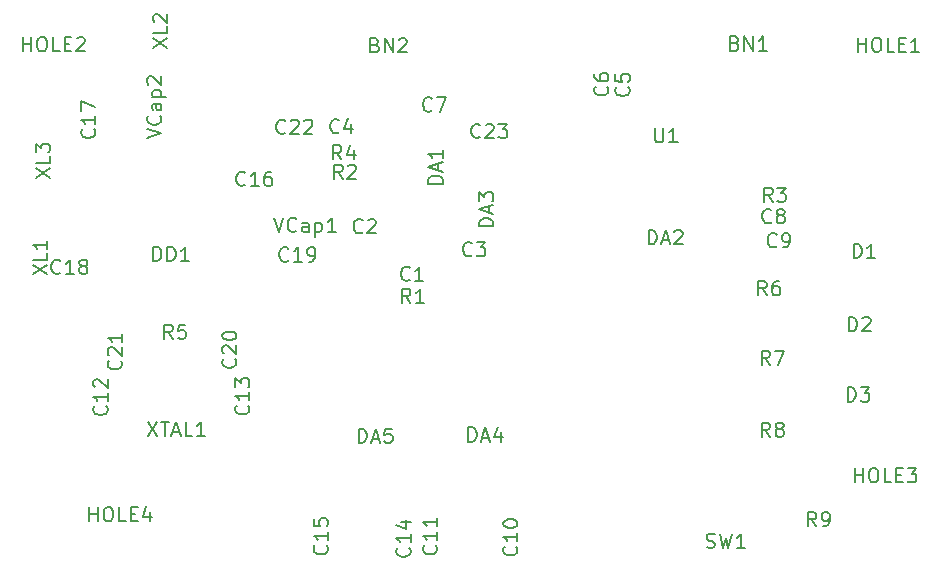
<source format=gto>
G04 (created by PCBNEW (2013-04-05 BZR 4064)-testing) date 09/08/2013 13:01:54*
%MOIN*%
G04 Gerber Fmt 3.4, Leading zero omitted, Abs format*
%FSLAX34Y34*%
G01*
G70*
G90*
G04 APERTURE LIST*
%ADD10C,0.00393701*%
%ADD11C,0.005*%
G04 APERTURE END LIST*
G54D10*
G54D11*
X69457Y-55660D02*
X69774Y-56135D01*
X69774Y-55660D02*
X69457Y-56135D01*
X69887Y-55660D02*
X70158Y-55660D01*
X70023Y-56135D02*
X70023Y-55660D01*
X70294Y-56000D02*
X70520Y-56000D01*
X70249Y-56135D02*
X70407Y-55660D01*
X70565Y-56135D01*
X70950Y-56135D02*
X70724Y-56135D01*
X70724Y-55660D01*
X71357Y-56135D02*
X71086Y-56135D01*
X71221Y-56135D02*
X71221Y-55660D01*
X71176Y-55728D01*
X71131Y-55773D01*
X71086Y-55796D01*
X88091Y-59836D02*
X88159Y-59858D01*
X88272Y-59858D01*
X88317Y-59836D01*
X88340Y-59813D01*
X88363Y-59768D01*
X88363Y-59723D01*
X88340Y-59677D01*
X88317Y-59655D01*
X88272Y-59632D01*
X88182Y-59610D01*
X88136Y-59587D01*
X88114Y-59564D01*
X88091Y-59519D01*
X88091Y-59474D01*
X88114Y-59429D01*
X88136Y-59406D01*
X88182Y-59383D01*
X88295Y-59383D01*
X88363Y-59406D01*
X88521Y-59383D02*
X88634Y-59858D01*
X88725Y-59519D01*
X88815Y-59858D01*
X88928Y-59383D01*
X89358Y-59858D02*
X89086Y-59858D01*
X89222Y-59858D02*
X89222Y-59383D01*
X89177Y-59451D01*
X89132Y-59496D01*
X89086Y-59519D01*
X89031Y-43032D02*
X89099Y-43055D01*
X89121Y-43077D01*
X89144Y-43123D01*
X89144Y-43191D01*
X89121Y-43236D01*
X89099Y-43258D01*
X89053Y-43281D01*
X88872Y-43281D01*
X88872Y-42806D01*
X89031Y-42806D01*
X89076Y-42829D01*
X89099Y-42851D01*
X89121Y-42897D01*
X89121Y-42942D01*
X89099Y-42987D01*
X89076Y-43010D01*
X89031Y-43032D01*
X88872Y-43032D01*
X89347Y-43281D02*
X89347Y-42806D01*
X89619Y-43281D01*
X89619Y-42806D01*
X90094Y-43281D02*
X89822Y-43281D01*
X89958Y-43281D02*
X89958Y-42806D01*
X89913Y-42874D01*
X89868Y-42919D01*
X89822Y-42942D01*
X77043Y-43091D02*
X77110Y-43114D01*
X77133Y-43137D01*
X77156Y-43182D01*
X77156Y-43250D01*
X77133Y-43295D01*
X77110Y-43317D01*
X77065Y-43340D01*
X76884Y-43340D01*
X76884Y-42865D01*
X77043Y-42865D01*
X77088Y-42888D01*
X77110Y-42910D01*
X77133Y-42956D01*
X77133Y-43001D01*
X77110Y-43046D01*
X77088Y-43069D01*
X77043Y-43091D01*
X76884Y-43091D01*
X77359Y-43340D02*
X77359Y-42865D01*
X77631Y-43340D01*
X77631Y-42865D01*
X77834Y-42910D02*
X77857Y-42888D01*
X77902Y-42865D01*
X78015Y-42865D01*
X78060Y-42888D01*
X78083Y-42910D01*
X78106Y-42956D01*
X78106Y-43001D01*
X78083Y-43069D01*
X77812Y-43340D01*
X78106Y-43340D01*
X80978Y-49138D02*
X80503Y-49138D01*
X80503Y-49025D01*
X80526Y-48957D01*
X80571Y-48912D01*
X80616Y-48890D01*
X80706Y-48867D01*
X80774Y-48867D01*
X80865Y-48890D01*
X80910Y-48912D01*
X80955Y-48957D01*
X80978Y-49025D01*
X80978Y-49138D01*
X80842Y-48686D02*
X80842Y-48460D01*
X80978Y-48731D02*
X80503Y-48573D01*
X80978Y-48415D01*
X80503Y-48301D02*
X80503Y-48007D01*
X80684Y-48166D01*
X80684Y-48098D01*
X80706Y-48053D01*
X80729Y-48030D01*
X80774Y-48007D01*
X80887Y-48007D01*
X80933Y-48030D01*
X80955Y-48053D01*
X80978Y-48098D01*
X80978Y-48234D01*
X80955Y-48279D01*
X80933Y-48301D01*
X86372Y-45857D02*
X86372Y-46242D01*
X86395Y-46287D01*
X86418Y-46310D01*
X86463Y-46332D01*
X86553Y-46332D01*
X86599Y-46310D01*
X86621Y-46287D01*
X86644Y-46242D01*
X86644Y-45857D01*
X87119Y-46332D02*
X86847Y-46332D01*
X86983Y-46332D02*
X86983Y-45857D01*
X86938Y-45925D01*
X86893Y-45970D01*
X86847Y-45993D01*
X86156Y-49738D02*
X86156Y-49263D01*
X86269Y-49263D01*
X86337Y-49285D01*
X86382Y-49331D01*
X86405Y-49376D01*
X86427Y-49466D01*
X86427Y-49534D01*
X86405Y-49625D01*
X86382Y-49670D01*
X86337Y-49715D01*
X86269Y-49738D01*
X86156Y-49738D01*
X86608Y-49602D02*
X86834Y-49602D01*
X86563Y-49738D02*
X86721Y-49263D01*
X86880Y-49738D01*
X87015Y-49308D02*
X87038Y-49285D01*
X87083Y-49263D01*
X87196Y-49263D01*
X87242Y-49285D01*
X87264Y-49308D01*
X87287Y-49353D01*
X87287Y-49398D01*
X87264Y-49466D01*
X86993Y-49738D01*
X87287Y-49738D01*
X69639Y-43189D02*
X70114Y-42873D01*
X69639Y-42873D02*
X70114Y-43189D01*
X70114Y-42466D02*
X70114Y-42692D01*
X69639Y-42692D01*
X69685Y-42330D02*
X69662Y-42307D01*
X69639Y-42262D01*
X69639Y-42149D01*
X69662Y-42104D01*
X69685Y-42081D01*
X69730Y-42058D01*
X69775Y-42058D01*
X69843Y-42081D01*
X70114Y-42353D01*
X70114Y-42058D01*
X79288Y-47717D02*
X78813Y-47717D01*
X78813Y-47604D01*
X78835Y-47536D01*
X78880Y-47491D01*
X78926Y-47468D01*
X79016Y-47446D01*
X79084Y-47446D01*
X79174Y-47468D01*
X79220Y-47491D01*
X79265Y-47536D01*
X79288Y-47604D01*
X79288Y-47717D01*
X79152Y-47265D02*
X79152Y-47038D01*
X79288Y-47310D02*
X78813Y-47152D01*
X79288Y-46993D01*
X79288Y-46586D02*
X79288Y-46857D01*
X79288Y-46722D02*
X78813Y-46722D01*
X78880Y-46767D01*
X78926Y-46812D01*
X78948Y-46857D01*
X80152Y-56313D02*
X80152Y-55838D01*
X80265Y-55838D01*
X80333Y-55860D01*
X80378Y-55905D01*
X80401Y-55951D01*
X80423Y-56041D01*
X80423Y-56109D01*
X80401Y-56199D01*
X80378Y-56245D01*
X80333Y-56290D01*
X80265Y-56313D01*
X80152Y-56313D01*
X80604Y-56177D02*
X80831Y-56177D01*
X80559Y-56313D02*
X80717Y-55838D01*
X80876Y-56313D01*
X81238Y-55996D02*
X81238Y-56313D01*
X81125Y-55815D02*
X81011Y-56154D01*
X81306Y-56154D01*
X76491Y-56352D02*
X76491Y-55877D01*
X76604Y-55877D01*
X76672Y-55900D01*
X76717Y-55945D01*
X76739Y-55990D01*
X76762Y-56080D01*
X76762Y-56148D01*
X76739Y-56239D01*
X76717Y-56284D01*
X76672Y-56329D01*
X76604Y-56352D01*
X76491Y-56352D01*
X76943Y-56216D02*
X77169Y-56216D01*
X76898Y-56352D02*
X77056Y-55877D01*
X77214Y-56352D01*
X77599Y-55877D02*
X77373Y-55877D01*
X77350Y-56103D01*
X77373Y-56080D01*
X77418Y-56058D01*
X77531Y-56058D01*
X77576Y-56080D01*
X77599Y-56103D01*
X77622Y-56148D01*
X77622Y-56261D01*
X77599Y-56307D01*
X77576Y-56329D01*
X77531Y-56352D01*
X77418Y-56352D01*
X77373Y-56329D01*
X77350Y-56307D01*
X65719Y-47510D02*
X66194Y-47194D01*
X65719Y-47194D02*
X66194Y-47510D01*
X66194Y-46787D02*
X66194Y-47013D01*
X65719Y-47013D01*
X65719Y-46673D02*
X65719Y-46379D01*
X65900Y-46538D01*
X65900Y-46470D01*
X65923Y-46425D01*
X65946Y-46402D01*
X65991Y-46379D01*
X66104Y-46379D01*
X66149Y-46402D01*
X66172Y-46425D01*
X66194Y-46470D01*
X66194Y-46606D01*
X66172Y-46651D01*
X66149Y-46673D01*
X65621Y-50739D02*
X66096Y-50422D01*
X65621Y-50422D02*
X66096Y-50739D01*
X66096Y-50015D02*
X66096Y-50241D01*
X65621Y-50241D01*
X66096Y-49608D02*
X66096Y-49879D01*
X66096Y-49743D02*
X65621Y-49743D01*
X65689Y-49789D01*
X65734Y-49834D01*
X65757Y-49879D01*
X90207Y-56155D02*
X90049Y-55929D01*
X89935Y-56155D02*
X89935Y-55680D01*
X90116Y-55680D01*
X90162Y-55703D01*
X90184Y-55725D01*
X90207Y-55771D01*
X90207Y-55838D01*
X90184Y-55884D01*
X90162Y-55906D01*
X90116Y-55929D01*
X89935Y-55929D01*
X90478Y-55884D02*
X90433Y-55861D01*
X90410Y-55838D01*
X90388Y-55793D01*
X90388Y-55771D01*
X90410Y-55725D01*
X90433Y-55703D01*
X90478Y-55680D01*
X90569Y-55680D01*
X90614Y-55703D01*
X90637Y-55725D01*
X90659Y-55771D01*
X90659Y-55793D01*
X90637Y-55838D01*
X90614Y-55861D01*
X90569Y-55884D01*
X90478Y-55884D01*
X90433Y-55906D01*
X90410Y-55929D01*
X90388Y-55974D01*
X90388Y-56065D01*
X90410Y-56110D01*
X90433Y-56132D01*
X90478Y-56155D01*
X90569Y-56155D01*
X90614Y-56132D01*
X90637Y-56110D01*
X90659Y-56065D01*
X90659Y-55974D01*
X90637Y-55929D01*
X90614Y-55906D01*
X90569Y-55884D01*
X75913Y-46906D02*
X75755Y-46679D01*
X75642Y-46906D02*
X75642Y-46431D01*
X75823Y-46431D01*
X75868Y-46453D01*
X75891Y-46476D01*
X75913Y-46521D01*
X75913Y-46589D01*
X75891Y-46634D01*
X75868Y-46657D01*
X75823Y-46679D01*
X75642Y-46679D01*
X76320Y-46589D02*
X76320Y-46906D01*
X76207Y-46408D02*
X76094Y-46747D01*
X76388Y-46747D01*
X75955Y-47553D02*
X75797Y-47326D01*
X75683Y-47553D02*
X75683Y-47078D01*
X75864Y-47078D01*
X75910Y-47100D01*
X75932Y-47123D01*
X75955Y-47168D01*
X75955Y-47236D01*
X75932Y-47281D01*
X75910Y-47304D01*
X75864Y-47326D01*
X75683Y-47326D01*
X76136Y-47123D02*
X76158Y-47100D01*
X76204Y-47078D01*
X76317Y-47078D01*
X76362Y-47100D01*
X76385Y-47123D01*
X76407Y-47168D01*
X76407Y-47213D01*
X76385Y-47281D01*
X76113Y-47553D01*
X76407Y-47553D01*
X90089Y-51431D02*
X89930Y-51204D01*
X89817Y-51431D02*
X89817Y-50956D01*
X89998Y-50956D01*
X90044Y-50978D01*
X90066Y-51001D01*
X90089Y-51046D01*
X90089Y-51114D01*
X90066Y-51159D01*
X90044Y-51182D01*
X89998Y-51204D01*
X89817Y-51204D01*
X90496Y-50956D02*
X90405Y-50956D01*
X90360Y-50978D01*
X90338Y-51001D01*
X90292Y-51069D01*
X90270Y-51159D01*
X90270Y-51340D01*
X90292Y-51385D01*
X90315Y-51408D01*
X90360Y-51431D01*
X90451Y-51431D01*
X90496Y-51408D01*
X90519Y-51385D01*
X90541Y-51340D01*
X90541Y-51227D01*
X90519Y-51182D01*
X90496Y-51159D01*
X90451Y-51137D01*
X90360Y-51137D01*
X90315Y-51159D01*
X90292Y-51182D01*
X90270Y-51227D01*
X78216Y-51689D02*
X78058Y-51463D01*
X77945Y-51689D02*
X77945Y-51214D01*
X78126Y-51214D01*
X78171Y-51237D01*
X78194Y-51259D01*
X78216Y-51305D01*
X78216Y-51372D01*
X78194Y-51418D01*
X78171Y-51440D01*
X78126Y-51463D01*
X77945Y-51463D01*
X78669Y-51689D02*
X78397Y-51689D01*
X78533Y-51689D02*
X78533Y-51214D01*
X78488Y-51282D01*
X78443Y-51327D01*
X78397Y-51350D01*
X90286Y-48320D02*
X90127Y-48094D01*
X90014Y-48320D02*
X90014Y-47845D01*
X90195Y-47845D01*
X90240Y-47868D01*
X90263Y-47891D01*
X90286Y-47936D01*
X90286Y-48004D01*
X90263Y-48049D01*
X90240Y-48072D01*
X90195Y-48094D01*
X90014Y-48094D01*
X90444Y-47845D02*
X90738Y-47845D01*
X90580Y-48026D01*
X90648Y-48026D01*
X90693Y-48049D01*
X90715Y-48072D01*
X90738Y-48117D01*
X90738Y-48230D01*
X90715Y-48275D01*
X90693Y-48298D01*
X90648Y-48320D01*
X90512Y-48320D01*
X90467Y-48298D01*
X90444Y-48275D01*
X91742Y-59127D02*
X91584Y-58901D01*
X91471Y-59127D02*
X91471Y-58652D01*
X91652Y-58652D01*
X91697Y-58675D01*
X91720Y-58698D01*
X91742Y-58743D01*
X91742Y-58811D01*
X91720Y-58856D01*
X91697Y-58879D01*
X91652Y-58901D01*
X91471Y-58901D01*
X91968Y-59127D02*
X92059Y-59127D01*
X92104Y-59105D01*
X92127Y-59082D01*
X92172Y-59014D01*
X92195Y-58924D01*
X92195Y-58743D01*
X92172Y-58698D01*
X92149Y-58675D01*
X92104Y-58652D01*
X92014Y-58652D01*
X91968Y-58675D01*
X91946Y-58698D01*
X91923Y-58743D01*
X91923Y-58856D01*
X91946Y-58901D01*
X91968Y-58924D01*
X92014Y-58947D01*
X92104Y-58947D01*
X92149Y-58924D01*
X92172Y-58901D01*
X92195Y-58856D01*
X70286Y-52887D02*
X70127Y-52661D01*
X70014Y-52887D02*
X70014Y-52412D01*
X70195Y-52412D01*
X70240Y-52435D01*
X70263Y-52458D01*
X70286Y-52503D01*
X70286Y-52571D01*
X70263Y-52616D01*
X70240Y-52639D01*
X70195Y-52661D01*
X70014Y-52661D01*
X70715Y-52412D02*
X70489Y-52412D01*
X70467Y-52639D01*
X70489Y-52616D01*
X70534Y-52593D01*
X70648Y-52593D01*
X70693Y-52616D01*
X70715Y-52639D01*
X70738Y-52684D01*
X70738Y-52797D01*
X70715Y-52842D01*
X70693Y-52865D01*
X70648Y-52887D01*
X70534Y-52887D01*
X70489Y-52865D01*
X70467Y-52842D01*
X90207Y-53753D02*
X90049Y-53527D01*
X89935Y-53753D02*
X89935Y-53278D01*
X90116Y-53278D01*
X90162Y-53301D01*
X90184Y-53324D01*
X90207Y-53369D01*
X90207Y-53437D01*
X90184Y-53482D01*
X90162Y-53505D01*
X90116Y-53527D01*
X89935Y-53527D01*
X90365Y-53278D02*
X90682Y-53278D01*
X90478Y-53753D01*
X74144Y-50263D02*
X74121Y-50286D01*
X74053Y-50309D01*
X74008Y-50309D01*
X73940Y-50286D01*
X73895Y-50241D01*
X73872Y-50195D01*
X73850Y-50105D01*
X73850Y-50037D01*
X73872Y-49947D01*
X73895Y-49901D01*
X73940Y-49856D01*
X74008Y-49834D01*
X74053Y-49834D01*
X74121Y-49856D01*
X74144Y-49879D01*
X74596Y-50309D02*
X74325Y-50309D01*
X74461Y-50309D02*
X74461Y-49834D01*
X74415Y-49901D01*
X74370Y-49947D01*
X74325Y-49969D01*
X74822Y-50309D02*
X74913Y-50309D01*
X74958Y-50286D01*
X74981Y-50263D01*
X75026Y-50195D01*
X75049Y-50105D01*
X75049Y-49924D01*
X75026Y-49879D01*
X75003Y-49856D01*
X74958Y-49834D01*
X74868Y-49834D01*
X74822Y-49856D01*
X74800Y-49879D01*
X74777Y-49924D01*
X74777Y-50037D01*
X74800Y-50082D01*
X74822Y-50105D01*
X74868Y-50128D01*
X74958Y-50128D01*
X75003Y-50105D01*
X75026Y-50082D01*
X75049Y-50037D01*
X84771Y-44477D02*
X84794Y-44500D01*
X84816Y-44568D01*
X84816Y-44613D01*
X84794Y-44681D01*
X84749Y-44726D01*
X84703Y-44749D01*
X84613Y-44771D01*
X84545Y-44771D01*
X84455Y-44749D01*
X84409Y-44726D01*
X84364Y-44681D01*
X84341Y-44613D01*
X84341Y-44568D01*
X84364Y-44500D01*
X84387Y-44477D01*
X84341Y-44070D02*
X84341Y-44161D01*
X84364Y-44206D01*
X84387Y-44228D01*
X84455Y-44274D01*
X84545Y-44296D01*
X84726Y-44296D01*
X84771Y-44274D01*
X84794Y-44251D01*
X84816Y-44206D01*
X84816Y-44115D01*
X84794Y-44070D01*
X84771Y-44047D01*
X84726Y-44025D01*
X84613Y-44025D01*
X84568Y-44047D01*
X84545Y-44070D01*
X84522Y-44115D01*
X84522Y-44206D01*
X84545Y-44251D01*
X84568Y-44274D01*
X84613Y-44296D01*
X85480Y-44497D02*
X85503Y-44519D01*
X85525Y-44587D01*
X85525Y-44633D01*
X85503Y-44700D01*
X85457Y-44746D01*
X85412Y-44768D01*
X85322Y-44791D01*
X85254Y-44791D01*
X85163Y-44768D01*
X85118Y-44746D01*
X85073Y-44700D01*
X85050Y-44633D01*
X85050Y-44587D01*
X85073Y-44519D01*
X85095Y-44497D01*
X85050Y-44067D02*
X85050Y-44293D01*
X85276Y-44316D01*
X85254Y-44293D01*
X85231Y-44248D01*
X85231Y-44135D01*
X85254Y-44090D01*
X85276Y-44067D01*
X85322Y-44044D01*
X85435Y-44044D01*
X85480Y-44067D01*
X85503Y-44090D01*
X85525Y-44135D01*
X85525Y-44248D01*
X85503Y-44293D01*
X85480Y-44316D01*
X78199Y-50913D02*
X78176Y-50936D01*
X78109Y-50958D01*
X78063Y-50958D01*
X77995Y-50936D01*
X77950Y-50890D01*
X77928Y-50845D01*
X77905Y-50755D01*
X77905Y-50687D01*
X77928Y-50596D01*
X77950Y-50551D01*
X77995Y-50506D01*
X78063Y-50483D01*
X78109Y-50483D01*
X78176Y-50506D01*
X78199Y-50528D01*
X78651Y-50958D02*
X78380Y-50958D01*
X78516Y-50958D02*
X78516Y-50483D01*
X78470Y-50551D01*
X78425Y-50596D01*
X78380Y-50619D01*
X90244Y-48986D02*
X90221Y-49009D01*
X90154Y-49032D01*
X90108Y-49032D01*
X90040Y-49009D01*
X89995Y-48964D01*
X89973Y-48919D01*
X89950Y-48828D01*
X89950Y-48760D01*
X89973Y-48670D01*
X89995Y-48624D01*
X90040Y-48579D01*
X90108Y-48557D01*
X90154Y-48557D01*
X90221Y-48579D01*
X90244Y-48602D01*
X90515Y-48760D02*
X90470Y-48738D01*
X90448Y-48715D01*
X90425Y-48670D01*
X90425Y-48647D01*
X90448Y-48602D01*
X90470Y-48579D01*
X90515Y-48557D01*
X90606Y-48557D01*
X90651Y-48579D01*
X90674Y-48602D01*
X90696Y-48647D01*
X90696Y-48670D01*
X90674Y-48715D01*
X90651Y-48738D01*
X90606Y-48760D01*
X90515Y-48760D01*
X90470Y-48783D01*
X90448Y-48805D01*
X90425Y-48851D01*
X90425Y-48941D01*
X90448Y-48986D01*
X90470Y-49009D01*
X90515Y-49032D01*
X90606Y-49032D01*
X90651Y-49009D01*
X90674Y-48986D01*
X90696Y-48941D01*
X90696Y-48851D01*
X90674Y-48805D01*
X90651Y-48783D01*
X90606Y-48760D01*
X72805Y-55109D02*
X72828Y-55132D01*
X72851Y-55199D01*
X72851Y-55245D01*
X72828Y-55312D01*
X72783Y-55358D01*
X72737Y-55380D01*
X72647Y-55403D01*
X72579Y-55403D01*
X72489Y-55380D01*
X72443Y-55358D01*
X72398Y-55312D01*
X72376Y-55245D01*
X72376Y-55199D01*
X72398Y-55132D01*
X72421Y-55109D01*
X72851Y-54657D02*
X72851Y-54928D01*
X72851Y-54792D02*
X72376Y-54792D01*
X72443Y-54837D01*
X72489Y-54883D01*
X72511Y-54928D01*
X72376Y-54498D02*
X72376Y-54204D01*
X72556Y-54362D01*
X72556Y-54295D01*
X72579Y-54249D01*
X72602Y-54227D01*
X72647Y-54204D01*
X72760Y-54204D01*
X72805Y-54227D01*
X72828Y-54249D01*
X72851Y-54295D01*
X72851Y-54430D01*
X72828Y-54476D01*
X72805Y-54498D01*
X68078Y-55127D02*
X68101Y-55149D01*
X68124Y-55217D01*
X68124Y-55263D01*
X68101Y-55330D01*
X68056Y-55376D01*
X68010Y-55398D01*
X67920Y-55421D01*
X67852Y-55421D01*
X67762Y-55398D01*
X67716Y-55376D01*
X67671Y-55330D01*
X67649Y-55263D01*
X67649Y-55217D01*
X67671Y-55149D01*
X67694Y-55127D01*
X68124Y-54674D02*
X68124Y-54946D01*
X68124Y-54810D02*
X67649Y-54810D01*
X67716Y-54855D01*
X67762Y-54901D01*
X67784Y-54946D01*
X67694Y-54493D02*
X67671Y-54471D01*
X67649Y-54426D01*
X67649Y-54313D01*
X67671Y-54267D01*
X67694Y-54245D01*
X67739Y-54222D01*
X67784Y-54222D01*
X67852Y-54245D01*
X68124Y-54516D01*
X68124Y-54222D01*
X73667Y-48849D02*
X73825Y-49324D01*
X73983Y-48849D01*
X74413Y-49279D02*
X74391Y-49302D01*
X74323Y-49324D01*
X74277Y-49324D01*
X74210Y-49302D01*
X74164Y-49256D01*
X74142Y-49211D01*
X74119Y-49121D01*
X74119Y-49053D01*
X74142Y-48962D01*
X74164Y-48917D01*
X74210Y-48872D01*
X74277Y-48849D01*
X74323Y-48849D01*
X74391Y-48872D01*
X74413Y-48895D01*
X74820Y-49324D02*
X74820Y-49076D01*
X74798Y-49030D01*
X74752Y-49008D01*
X74662Y-49008D01*
X74617Y-49030D01*
X74820Y-49302D02*
X74775Y-49324D01*
X74662Y-49324D01*
X74617Y-49302D01*
X74594Y-49256D01*
X74594Y-49211D01*
X74617Y-49166D01*
X74662Y-49143D01*
X74775Y-49143D01*
X74820Y-49121D01*
X75047Y-49008D02*
X75047Y-49483D01*
X75047Y-49030D02*
X75092Y-49008D01*
X75182Y-49008D01*
X75227Y-49030D01*
X75250Y-49053D01*
X75273Y-49098D01*
X75273Y-49234D01*
X75250Y-49279D01*
X75227Y-49302D01*
X75182Y-49324D01*
X75092Y-49324D01*
X75047Y-49302D01*
X75725Y-49324D02*
X75454Y-49324D01*
X75589Y-49324D02*
X75589Y-48849D01*
X75544Y-48917D01*
X75499Y-48962D01*
X75454Y-48985D01*
X69440Y-46194D02*
X69915Y-46036D01*
X69440Y-45878D01*
X69870Y-45448D02*
X69892Y-45471D01*
X69915Y-45538D01*
X69915Y-45584D01*
X69892Y-45652D01*
X69847Y-45697D01*
X69802Y-45719D01*
X69711Y-45742D01*
X69643Y-45742D01*
X69553Y-45719D01*
X69508Y-45697D01*
X69463Y-45652D01*
X69440Y-45584D01*
X69440Y-45538D01*
X69463Y-45471D01*
X69485Y-45448D01*
X69915Y-45041D02*
X69666Y-45041D01*
X69621Y-45063D01*
X69598Y-45109D01*
X69598Y-45199D01*
X69621Y-45244D01*
X69892Y-45041D02*
X69915Y-45086D01*
X69915Y-45199D01*
X69892Y-45244D01*
X69847Y-45267D01*
X69802Y-45267D01*
X69757Y-45244D01*
X69734Y-45199D01*
X69734Y-45086D01*
X69711Y-45041D01*
X69598Y-44815D02*
X70073Y-44815D01*
X69621Y-44815D02*
X69598Y-44769D01*
X69598Y-44679D01*
X69621Y-44634D01*
X69643Y-44611D01*
X69689Y-44588D01*
X69824Y-44588D01*
X69870Y-44611D01*
X69892Y-44634D01*
X69915Y-44679D01*
X69915Y-44769D01*
X69892Y-44815D01*
X69485Y-44408D02*
X69463Y-44385D01*
X69440Y-44340D01*
X69440Y-44227D01*
X69463Y-44181D01*
X69485Y-44159D01*
X69530Y-44136D01*
X69576Y-44136D01*
X69643Y-44159D01*
X69915Y-44430D01*
X69915Y-44136D01*
X72707Y-47744D02*
X72684Y-47766D01*
X72616Y-47789D01*
X72571Y-47789D01*
X72503Y-47766D01*
X72458Y-47721D01*
X72435Y-47676D01*
X72413Y-47585D01*
X72413Y-47517D01*
X72435Y-47427D01*
X72458Y-47382D01*
X72503Y-47337D01*
X72571Y-47314D01*
X72616Y-47314D01*
X72684Y-47337D01*
X72707Y-47359D01*
X73159Y-47789D02*
X72888Y-47789D01*
X73024Y-47789D02*
X73024Y-47314D01*
X72978Y-47382D01*
X72933Y-47427D01*
X72888Y-47450D01*
X73566Y-47314D02*
X73476Y-47314D01*
X73431Y-47337D01*
X73408Y-47359D01*
X73363Y-47427D01*
X73340Y-47517D01*
X73340Y-47698D01*
X73363Y-47744D01*
X73385Y-47766D01*
X73431Y-47789D01*
X73521Y-47789D01*
X73566Y-47766D01*
X73589Y-47744D01*
X73612Y-47698D01*
X73612Y-47585D01*
X73589Y-47540D01*
X73566Y-47517D01*
X73521Y-47495D01*
X73431Y-47495D01*
X73385Y-47517D01*
X73363Y-47540D01*
X73340Y-47585D01*
X67665Y-45895D02*
X67688Y-45917D01*
X67710Y-45985D01*
X67710Y-46030D01*
X67688Y-46098D01*
X67642Y-46143D01*
X67597Y-46166D01*
X67507Y-46189D01*
X67439Y-46189D01*
X67348Y-46166D01*
X67303Y-46143D01*
X67258Y-46098D01*
X67235Y-46030D01*
X67235Y-45985D01*
X67258Y-45917D01*
X67280Y-45895D01*
X67710Y-45442D02*
X67710Y-45714D01*
X67710Y-45578D02*
X67235Y-45578D01*
X67303Y-45623D01*
X67348Y-45668D01*
X67371Y-45714D01*
X67235Y-45284D02*
X67235Y-44967D01*
X67710Y-45171D01*
X66544Y-50679D02*
X66521Y-50702D01*
X66453Y-50725D01*
X66408Y-50725D01*
X66340Y-50702D01*
X66295Y-50657D01*
X66272Y-50611D01*
X66250Y-50521D01*
X66250Y-50453D01*
X66272Y-50363D01*
X66295Y-50317D01*
X66340Y-50272D01*
X66408Y-50250D01*
X66453Y-50250D01*
X66521Y-50272D01*
X66544Y-50295D01*
X66996Y-50725D02*
X66725Y-50725D01*
X66860Y-50725D02*
X66860Y-50250D01*
X66815Y-50317D01*
X66770Y-50363D01*
X66725Y-50385D01*
X67267Y-50453D02*
X67222Y-50430D01*
X67200Y-50408D01*
X67177Y-50363D01*
X67177Y-50340D01*
X67200Y-50295D01*
X67222Y-50272D01*
X67267Y-50250D01*
X67358Y-50250D01*
X67403Y-50272D01*
X67426Y-50295D01*
X67448Y-50340D01*
X67448Y-50363D01*
X67426Y-50408D01*
X67403Y-50430D01*
X67358Y-50453D01*
X67267Y-50453D01*
X67222Y-50476D01*
X67200Y-50498D01*
X67177Y-50544D01*
X67177Y-50634D01*
X67200Y-50679D01*
X67222Y-50702D01*
X67267Y-50725D01*
X67358Y-50725D01*
X67403Y-50702D01*
X67426Y-50679D01*
X67448Y-50634D01*
X67448Y-50544D01*
X67426Y-50498D01*
X67403Y-50476D01*
X67358Y-50453D01*
X68553Y-53613D02*
X68576Y-53635D01*
X68599Y-53703D01*
X68599Y-53749D01*
X68576Y-53816D01*
X68531Y-53862D01*
X68485Y-53884D01*
X68395Y-53907D01*
X68327Y-53907D01*
X68237Y-53884D01*
X68191Y-53862D01*
X68146Y-53816D01*
X68124Y-53749D01*
X68124Y-53703D01*
X68146Y-53635D01*
X68169Y-53613D01*
X68169Y-53432D02*
X68146Y-53409D01*
X68124Y-53364D01*
X68124Y-53251D01*
X68146Y-53206D01*
X68169Y-53183D01*
X68214Y-53160D01*
X68259Y-53160D01*
X68327Y-53183D01*
X68599Y-53455D01*
X68599Y-53160D01*
X68599Y-52708D02*
X68599Y-52980D01*
X68599Y-52844D02*
X68124Y-52844D01*
X68191Y-52889D01*
X68237Y-52934D01*
X68259Y-52980D01*
X72372Y-53554D02*
X72395Y-53576D01*
X72417Y-53644D01*
X72417Y-53690D01*
X72395Y-53757D01*
X72350Y-53803D01*
X72304Y-53825D01*
X72214Y-53848D01*
X72146Y-53848D01*
X72056Y-53825D01*
X72010Y-53803D01*
X71965Y-53757D01*
X71942Y-53690D01*
X71942Y-53644D01*
X71965Y-53576D01*
X71988Y-53554D01*
X71988Y-53373D02*
X71965Y-53350D01*
X71942Y-53305D01*
X71942Y-53192D01*
X71965Y-53147D01*
X71988Y-53124D01*
X72033Y-53101D01*
X72078Y-53101D01*
X72146Y-53124D01*
X72417Y-53395D01*
X72417Y-53101D01*
X71942Y-52807D02*
X71942Y-52762D01*
X71965Y-52717D01*
X71988Y-52694D01*
X72033Y-52672D01*
X72123Y-52649D01*
X72236Y-52649D01*
X72327Y-52672D01*
X72372Y-52694D01*
X72395Y-52717D01*
X72417Y-52762D01*
X72417Y-52807D01*
X72395Y-52853D01*
X72372Y-52875D01*
X72327Y-52898D01*
X72236Y-52920D01*
X72123Y-52920D01*
X72033Y-52898D01*
X71988Y-52875D01*
X71965Y-52853D01*
X71942Y-52807D01*
X69640Y-50289D02*
X69640Y-49814D01*
X69753Y-49814D01*
X69821Y-49837D01*
X69866Y-49882D01*
X69889Y-49927D01*
X69912Y-50017D01*
X69912Y-50085D01*
X69889Y-50176D01*
X69866Y-50221D01*
X69821Y-50266D01*
X69753Y-50289D01*
X69640Y-50289D01*
X70115Y-50289D02*
X70115Y-49814D01*
X70228Y-49814D01*
X70296Y-49837D01*
X70341Y-49882D01*
X70364Y-49927D01*
X70387Y-50017D01*
X70387Y-50085D01*
X70364Y-50176D01*
X70341Y-50221D01*
X70296Y-50266D01*
X70228Y-50289D01*
X70115Y-50289D01*
X70839Y-50289D02*
X70568Y-50289D01*
X70703Y-50289D02*
X70703Y-49814D01*
X70658Y-49882D01*
X70613Y-49927D01*
X70568Y-49950D01*
X92829Y-52631D02*
X92829Y-52156D01*
X92942Y-52156D01*
X93010Y-52179D01*
X93055Y-52224D01*
X93078Y-52270D01*
X93101Y-52360D01*
X93101Y-52428D01*
X93078Y-52518D01*
X93055Y-52564D01*
X93010Y-52609D01*
X92942Y-52631D01*
X92829Y-52631D01*
X93282Y-52202D02*
X93304Y-52179D01*
X93349Y-52156D01*
X93462Y-52156D01*
X93508Y-52179D01*
X93530Y-52202D01*
X93553Y-52247D01*
X93553Y-52292D01*
X93530Y-52360D01*
X93259Y-52631D01*
X93553Y-52631D01*
X92987Y-50190D02*
X92987Y-49715D01*
X93100Y-49715D01*
X93168Y-49738D01*
X93213Y-49783D01*
X93235Y-49829D01*
X93258Y-49919D01*
X93258Y-49987D01*
X93235Y-50077D01*
X93213Y-50123D01*
X93168Y-50168D01*
X93100Y-50190D01*
X92987Y-50190D01*
X93710Y-50190D02*
X93439Y-50190D01*
X93575Y-50190D02*
X93575Y-49715D01*
X93529Y-49783D01*
X93484Y-49829D01*
X93439Y-49851D01*
X92790Y-54974D02*
X92790Y-54499D01*
X92903Y-54499D01*
X92971Y-54522D01*
X93016Y-54567D01*
X93039Y-54612D01*
X93061Y-54703D01*
X93061Y-54770D01*
X93039Y-54861D01*
X93016Y-54906D01*
X92971Y-54951D01*
X92903Y-54974D01*
X92790Y-54974D01*
X93220Y-54499D02*
X93514Y-54499D01*
X93355Y-54680D01*
X93423Y-54680D01*
X93468Y-54703D01*
X93491Y-54725D01*
X93514Y-54770D01*
X93514Y-54883D01*
X93491Y-54929D01*
X93468Y-54951D01*
X93423Y-54974D01*
X93287Y-54974D01*
X93242Y-54951D01*
X93220Y-54929D01*
X93124Y-43320D02*
X93124Y-42845D01*
X93124Y-43072D02*
X93396Y-43072D01*
X93396Y-43320D02*
X93396Y-42845D01*
X93713Y-42845D02*
X93803Y-42845D01*
X93848Y-42868D01*
X93893Y-42913D01*
X93916Y-43004D01*
X93916Y-43162D01*
X93893Y-43253D01*
X93848Y-43298D01*
X93803Y-43320D01*
X93713Y-43320D01*
X93667Y-43298D01*
X93622Y-43253D01*
X93599Y-43162D01*
X93599Y-43004D01*
X93622Y-42913D01*
X93667Y-42868D01*
X93713Y-42845D01*
X94346Y-43320D02*
X94120Y-43320D01*
X94120Y-42845D01*
X94504Y-43072D02*
X94663Y-43072D01*
X94730Y-43320D02*
X94504Y-43320D01*
X94504Y-42845D01*
X94730Y-42845D01*
X95183Y-43320D02*
X94911Y-43320D01*
X95047Y-43320D02*
X95047Y-42845D01*
X95002Y-42913D01*
X94957Y-42958D01*
X94911Y-42981D01*
X93026Y-57671D02*
X93026Y-57196D01*
X93026Y-57422D02*
X93297Y-57422D01*
X93297Y-57671D02*
X93297Y-57196D01*
X93614Y-57196D02*
X93705Y-57196D01*
X93750Y-57218D01*
X93795Y-57264D01*
X93818Y-57354D01*
X93818Y-57512D01*
X93795Y-57603D01*
X93750Y-57648D01*
X93705Y-57671D01*
X93614Y-57671D01*
X93569Y-57648D01*
X93524Y-57603D01*
X93501Y-57512D01*
X93501Y-57354D01*
X93524Y-57264D01*
X93569Y-57218D01*
X93614Y-57196D01*
X94247Y-57671D02*
X94021Y-57671D01*
X94021Y-57196D01*
X94406Y-57422D02*
X94564Y-57422D01*
X94632Y-57671D02*
X94406Y-57671D01*
X94406Y-57196D01*
X94632Y-57196D01*
X94790Y-57196D02*
X95084Y-57196D01*
X94926Y-57377D01*
X94994Y-57377D01*
X95039Y-57399D01*
X95062Y-57422D01*
X95084Y-57467D01*
X95084Y-57580D01*
X95062Y-57626D01*
X95039Y-57648D01*
X94994Y-57671D01*
X94858Y-57671D01*
X94813Y-57648D01*
X94790Y-57626D01*
X67514Y-58970D02*
X67514Y-58495D01*
X67514Y-58721D02*
X67786Y-58721D01*
X67786Y-58970D02*
X67786Y-58495D01*
X68102Y-58495D02*
X68193Y-58495D01*
X68238Y-58518D01*
X68283Y-58563D01*
X68306Y-58653D01*
X68306Y-58812D01*
X68283Y-58902D01*
X68238Y-58947D01*
X68193Y-58970D01*
X68102Y-58970D01*
X68057Y-58947D01*
X68012Y-58902D01*
X67989Y-58812D01*
X67989Y-58653D01*
X68012Y-58563D01*
X68057Y-58518D01*
X68102Y-58495D01*
X68736Y-58970D02*
X68509Y-58970D01*
X68509Y-58495D01*
X68894Y-58721D02*
X69052Y-58721D01*
X69120Y-58970D02*
X68894Y-58970D01*
X68894Y-58495D01*
X69120Y-58495D01*
X69527Y-58653D02*
X69527Y-58970D01*
X69414Y-58472D02*
X69301Y-58812D01*
X69595Y-58812D01*
X65309Y-43301D02*
X65309Y-42826D01*
X65309Y-43052D02*
X65581Y-43052D01*
X65581Y-43301D02*
X65581Y-42826D01*
X65898Y-42826D02*
X65988Y-42826D01*
X66033Y-42848D01*
X66078Y-42894D01*
X66101Y-42984D01*
X66101Y-43142D01*
X66078Y-43233D01*
X66033Y-43278D01*
X65988Y-43301D01*
X65898Y-43301D01*
X65852Y-43278D01*
X65807Y-43233D01*
X65784Y-43142D01*
X65784Y-42984D01*
X65807Y-42894D01*
X65852Y-42848D01*
X65898Y-42826D01*
X66531Y-43301D02*
X66305Y-43301D01*
X66305Y-42826D01*
X66689Y-43052D02*
X66848Y-43052D01*
X66915Y-43301D02*
X66689Y-43301D01*
X66689Y-42826D01*
X66915Y-42826D01*
X67096Y-42871D02*
X67119Y-42848D01*
X67164Y-42826D01*
X67277Y-42826D01*
X67323Y-42848D01*
X67345Y-42871D01*
X67368Y-42916D01*
X67368Y-42961D01*
X67345Y-43029D01*
X67074Y-43301D01*
X67368Y-43301D01*
X78927Y-45263D02*
X78905Y-45286D01*
X78837Y-45309D01*
X78792Y-45309D01*
X78724Y-45286D01*
X78679Y-45241D01*
X78656Y-45195D01*
X78633Y-45105D01*
X78633Y-45037D01*
X78656Y-44947D01*
X78679Y-44901D01*
X78724Y-44856D01*
X78792Y-44834D01*
X78837Y-44834D01*
X78905Y-44856D01*
X78927Y-44879D01*
X79086Y-44834D02*
X79402Y-44834D01*
X79199Y-45309D01*
X74045Y-46011D02*
X74023Y-46034D01*
X73955Y-46057D01*
X73910Y-46057D01*
X73842Y-46034D01*
X73797Y-45989D01*
X73774Y-45944D01*
X73751Y-45853D01*
X73751Y-45785D01*
X73774Y-45695D01*
X73797Y-45649D01*
X73842Y-45604D01*
X73910Y-45582D01*
X73955Y-45582D01*
X74023Y-45604D01*
X74045Y-45627D01*
X74226Y-45627D02*
X74249Y-45604D01*
X74294Y-45582D01*
X74407Y-45582D01*
X74453Y-45604D01*
X74475Y-45627D01*
X74498Y-45672D01*
X74498Y-45717D01*
X74475Y-45785D01*
X74204Y-46057D01*
X74498Y-46057D01*
X74679Y-45627D02*
X74701Y-45604D01*
X74747Y-45582D01*
X74860Y-45582D01*
X74905Y-45604D01*
X74928Y-45627D01*
X74950Y-45672D01*
X74950Y-45717D01*
X74928Y-45785D01*
X74656Y-46057D01*
X74950Y-46057D01*
X75837Y-45992D02*
X75814Y-46014D01*
X75746Y-46037D01*
X75701Y-46037D01*
X75633Y-46014D01*
X75588Y-45969D01*
X75565Y-45924D01*
X75543Y-45833D01*
X75543Y-45766D01*
X75565Y-45675D01*
X75588Y-45630D01*
X75633Y-45585D01*
X75701Y-45562D01*
X75746Y-45562D01*
X75814Y-45585D01*
X75837Y-45607D01*
X76244Y-45720D02*
X76244Y-46037D01*
X76131Y-45539D02*
X76018Y-45879D01*
X76312Y-45879D01*
X78177Y-59851D02*
X78199Y-59874D01*
X78222Y-59942D01*
X78222Y-59987D01*
X78199Y-60055D01*
X78154Y-60100D01*
X78109Y-60123D01*
X78018Y-60145D01*
X77951Y-60145D01*
X77860Y-60123D01*
X77815Y-60100D01*
X77770Y-60055D01*
X77747Y-59987D01*
X77747Y-59942D01*
X77770Y-59874D01*
X77792Y-59851D01*
X78222Y-59399D02*
X78222Y-59670D01*
X78222Y-59535D02*
X77747Y-59535D01*
X77815Y-59580D01*
X77860Y-59625D01*
X77883Y-59670D01*
X77905Y-58992D02*
X78222Y-58992D01*
X77724Y-59105D02*
X78064Y-59218D01*
X78064Y-58924D01*
X75421Y-59772D02*
X75443Y-59795D01*
X75466Y-59863D01*
X75466Y-59908D01*
X75443Y-59976D01*
X75398Y-60021D01*
X75353Y-60044D01*
X75263Y-60067D01*
X75195Y-60067D01*
X75104Y-60044D01*
X75059Y-60021D01*
X75014Y-59976D01*
X74991Y-59908D01*
X74991Y-59863D01*
X75014Y-59795D01*
X75036Y-59772D01*
X75466Y-59320D02*
X75466Y-59592D01*
X75466Y-59456D02*
X74991Y-59456D01*
X75059Y-59501D01*
X75104Y-59546D01*
X75127Y-59592D01*
X74991Y-58890D02*
X74991Y-59117D01*
X75217Y-59139D01*
X75195Y-59117D01*
X75172Y-59071D01*
X75172Y-58958D01*
X75195Y-58913D01*
X75217Y-58890D01*
X75263Y-58868D01*
X75376Y-58868D01*
X75421Y-58890D01*
X75443Y-58913D01*
X75466Y-58958D01*
X75466Y-59071D01*
X75443Y-59117D01*
X75421Y-59139D01*
X79063Y-59772D02*
X79085Y-59795D01*
X79108Y-59863D01*
X79108Y-59908D01*
X79085Y-59976D01*
X79040Y-60021D01*
X78995Y-60044D01*
X78904Y-60067D01*
X78836Y-60067D01*
X78746Y-60044D01*
X78701Y-60021D01*
X78655Y-59976D01*
X78633Y-59908D01*
X78633Y-59863D01*
X78655Y-59795D01*
X78678Y-59772D01*
X79108Y-59320D02*
X79108Y-59592D01*
X79108Y-59456D02*
X78633Y-59456D01*
X78701Y-59501D01*
X78746Y-59546D01*
X78769Y-59592D01*
X79108Y-58868D02*
X79108Y-59139D01*
X79108Y-59003D02*
X78633Y-59003D01*
X78701Y-59049D01*
X78746Y-59094D01*
X78769Y-59139D01*
X81740Y-59812D02*
X81762Y-59834D01*
X81785Y-59902D01*
X81785Y-59948D01*
X81762Y-60015D01*
X81717Y-60061D01*
X81672Y-60083D01*
X81581Y-60106D01*
X81514Y-60106D01*
X81423Y-60083D01*
X81378Y-60061D01*
X81333Y-60015D01*
X81310Y-59948D01*
X81310Y-59902D01*
X81333Y-59834D01*
X81355Y-59812D01*
X81785Y-59359D02*
X81785Y-59631D01*
X81785Y-59495D02*
X81310Y-59495D01*
X81378Y-59540D01*
X81423Y-59586D01*
X81446Y-59631D01*
X81310Y-59065D02*
X81310Y-59020D01*
X81333Y-58975D01*
X81355Y-58952D01*
X81400Y-58930D01*
X81491Y-58907D01*
X81604Y-58907D01*
X81694Y-58930D01*
X81740Y-58952D01*
X81762Y-58975D01*
X81785Y-59020D01*
X81785Y-59065D01*
X81762Y-59111D01*
X81740Y-59133D01*
X81694Y-59156D01*
X81604Y-59178D01*
X81491Y-59178D01*
X81400Y-59156D01*
X81355Y-59133D01*
X81333Y-59111D01*
X81310Y-59065D01*
X80266Y-50086D02*
X80243Y-50109D01*
X80175Y-50131D01*
X80130Y-50131D01*
X80062Y-50109D01*
X80017Y-50064D01*
X79994Y-50018D01*
X79972Y-49928D01*
X79972Y-49860D01*
X79994Y-49770D01*
X80017Y-49724D01*
X80062Y-49679D01*
X80130Y-49656D01*
X80175Y-49656D01*
X80243Y-49679D01*
X80266Y-49702D01*
X80424Y-49656D02*
X80718Y-49656D01*
X80560Y-49837D01*
X80628Y-49837D01*
X80673Y-49860D01*
X80696Y-49883D01*
X80718Y-49928D01*
X80718Y-50041D01*
X80696Y-50086D01*
X80673Y-50109D01*
X80628Y-50131D01*
X80492Y-50131D01*
X80447Y-50109D01*
X80424Y-50086D01*
X76622Y-49321D02*
X76599Y-49344D01*
X76532Y-49366D01*
X76486Y-49366D01*
X76418Y-49344D01*
X76373Y-49298D01*
X76351Y-49253D01*
X76328Y-49163D01*
X76328Y-49095D01*
X76351Y-49004D01*
X76373Y-48959D01*
X76418Y-48914D01*
X76486Y-48891D01*
X76532Y-48891D01*
X76599Y-48914D01*
X76622Y-48937D01*
X76803Y-48937D02*
X76826Y-48914D01*
X76871Y-48891D01*
X76984Y-48891D01*
X77029Y-48914D01*
X77052Y-48937D01*
X77074Y-48982D01*
X77074Y-49027D01*
X77052Y-49095D01*
X76780Y-49366D01*
X77074Y-49366D01*
X90421Y-49793D02*
X90399Y-49816D01*
X90331Y-49839D01*
X90285Y-49839D01*
X90218Y-49816D01*
X90172Y-49771D01*
X90150Y-49726D01*
X90127Y-49635D01*
X90127Y-49567D01*
X90150Y-49477D01*
X90172Y-49432D01*
X90218Y-49386D01*
X90285Y-49364D01*
X90331Y-49364D01*
X90399Y-49386D01*
X90421Y-49409D01*
X90647Y-49839D02*
X90738Y-49839D01*
X90783Y-49816D01*
X90806Y-49793D01*
X90851Y-49726D01*
X90874Y-49635D01*
X90874Y-49454D01*
X90851Y-49409D01*
X90828Y-49386D01*
X90783Y-49364D01*
X90693Y-49364D01*
X90647Y-49386D01*
X90625Y-49409D01*
X90602Y-49454D01*
X90602Y-49567D01*
X90625Y-49613D01*
X90647Y-49635D01*
X90693Y-49658D01*
X90783Y-49658D01*
X90828Y-49635D01*
X90851Y-49613D01*
X90874Y-49567D01*
X80542Y-46149D02*
X80519Y-46172D01*
X80451Y-46194D01*
X80406Y-46194D01*
X80338Y-46172D01*
X80293Y-46127D01*
X80270Y-46081D01*
X80247Y-45991D01*
X80247Y-45923D01*
X80270Y-45833D01*
X80293Y-45787D01*
X80338Y-45742D01*
X80406Y-45719D01*
X80451Y-45719D01*
X80519Y-45742D01*
X80542Y-45765D01*
X80722Y-45765D02*
X80745Y-45742D01*
X80790Y-45719D01*
X80903Y-45719D01*
X80949Y-45742D01*
X80971Y-45765D01*
X80994Y-45810D01*
X80994Y-45855D01*
X80971Y-45923D01*
X80700Y-46194D01*
X80994Y-46194D01*
X81152Y-45719D02*
X81446Y-45719D01*
X81288Y-45900D01*
X81356Y-45900D01*
X81401Y-45923D01*
X81424Y-45946D01*
X81446Y-45991D01*
X81446Y-46104D01*
X81424Y-46149D01*
X81401Y-46172D01*
X81356Y-46194D01*
X81220Y-46194D01*
X81175Y-46172D01*
X81152Y-46149D01*
M02*

</source>
